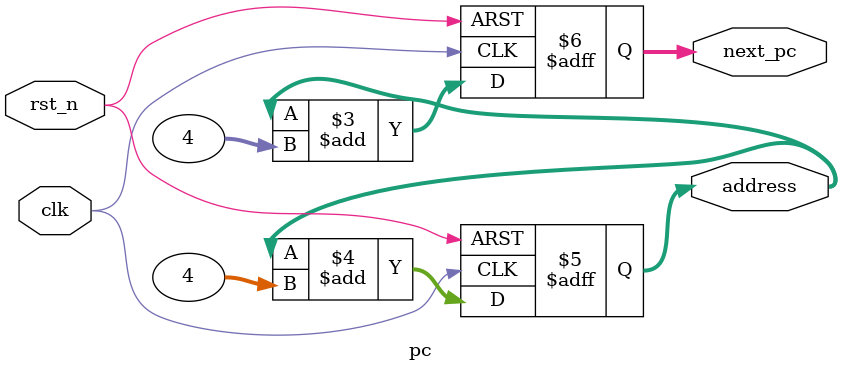
<source format=sv>
module pc(
  input wire clk,           // Botón físico
  input wire rst_n,         // Reset en bajo
  output reg [31:0] address, // Dirección actual
  output reg [31:0] next_pc
);

       // Declaramos next_pc

  always @(posedge clk or negedge rst_n) begin
    if (!rst_n) begin
      address  <= 32'b0;     // Reset: vuelve a 0
      next_pc  <= 32'b0;
    end else begin
      next_pc  <= address + 32'd4; // Calcula next_pc
      address  <= address + 32'd4; // Carga el nuevo valor en address
    end
  end
endmodule

</source>
